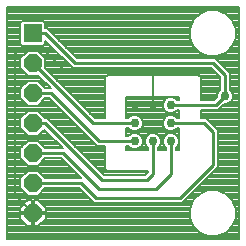
<source format=gbl>
G75*
G70*
%OFA0B0*%
%FSLAX24Y24*%
%IPPOS*%
%LPD*%
%AMOC8*
5,1,8,0,0,1.08239X$1,22.5*
%
%ADD10R,0.0600X0.0600*%
%ADD11OC8,0.0600*%
%ADD12C,0.0300*%
%ADD13C,0.0100*%
%ADD14C,0.0080*%
D10*
X001141Y010911D03*
D11*
X001141Y009911D03*
X001141Y008911D03*
X001141Y007911D03*
X001141Y006911D03*
X001141Y005911D03*
X001141Y004911D03*
D12*
X004541Y007311D03*
X004541Y007911D03*
X004541Y008511D03*
X005141Y008511D03*
X005741Y008511D03*
X005741Y007911D03*
X005741Y007311D03*
X005141Y007311D03*
X007541Y008811D03*
D13*
X007541Y009511D01*
X007141Y009911D01*
X002541Y009911D01*
X001541Y010911D01*
X001141Y010911D01*
X001141Y009911D02*
X003141Y007911D01*
X004541Y007911D01*
X004541Y007311D02*
X003341Y007311D01*
X001741Y008911D01*
X001141Y008911D01*
X001141Y007911D02*
X001541Y007911D01*
X003441Y006011D01*
X004941Y006011D01*
X005141Y006211D01*
X005141Y007311D01*
X005741Y007311D02*
X005741Y006211D01*
X005241Y005711D01*
X003341Y005711D01*
X002141Y006911D01*
X001141Y006911D01*
X001141Y005911D02*
X002741Y005911D01*
X003241Y005411D01*
X006041Y005411D01*
X007141Y006511D01*
X007141Y007611D01*
X006841Y007911D01*
X005741Y007911D01*
X005741Y008511D02*
X007241Y008511D01*
X007541Y008811D01*
D14*
X000281Y011771D02*
X000281Y004051D01*
X008001Y004051D01*
X008001Y011771D01*
X000281Y011771D01*
X000281Y011765D02*
X008001Y011765D01*
X008001Y011686D02*
X000281Y011686D01*
X000281Y011608D02*
X006813Y011608D01*
X006705Y011563D02*
X006488Y011347D01*
X006371Y011064D01*
X006371Y010757D01*
X006488Y010474D01*
X006705Y010258D01*
X006988Y010141D01*
X007294Y010141D01*
X007577Y010258D01*
X007794Y010474D01*
X007911Y010757D01*
X007911Y011064D01*
X007794Y011347D01*
X007577Y011563D01*
X007294Y011680D01*
X006988Y011680D01*
X006705Y011563D01*
X006671Y011529D02*
X000281Y011529D01*
X000281Y011451D02*
X006592Y011451D01*
X006514Y011372D02*
X000281Y011372D01*
X000281Y011294D02*
X000754Y011294D01*
X000721Y011260D02*
X000721Y010561D01*
X000791Y010491D01*
X001491Y010491D01*
X001561Y010561D01*
X001561Y010650D01*
X002471Y009741D01*
X002611Y009741D01*
X007071Y009741D01*
X007371Y009440D01*
X007371Y009022D01*
X007312Y008963D01*
X007271Y008864D01*
X007271Y008781D01*
X007171Y008681D01*
X006736Y008681D01*
X006736Y008861D01*
X006736Y009435D01*
X006666Y009506D01*
X003616Y009506D01*
X003546Y009435D01*
X003546Y008861D01*
X003546Y008861D01*
X003546Y008081D01*
X003211Y008081D01*
X001558Y009734D01*
X001561Y009737D01*
X001561Y010084D01*
X001315Y010331D01*
X000967Y010331D01*
X000721Y010084D01*
X000721Y009737D01*
X000967Y009491D01*
X001315Y009491D01*
X001318Y009493D01*
X001731Y009081D01*
X001561Y009081D01*
X001561Y009084D01*
X001315Y009331D01*
X000967Y009331D01*
X000721Y009084D01*
X000721Y008737D01*
X000967Y008491D01*
X001315Y008491D01*
X001561Y008737D01*
X001561Y008741D01*
X001671Y008741D01*
X003271Y007141D01*
X003411Y007141D01*
X003546Y007141D01*
X003546Y006960D01*
X003546Y006386D01*
X003546Y006386D01*
X003616Y006316D01*
X004191Y006316D01*
X004971Y006316D01*
X004971Y006281D01*
X004871Y006181D01*
X003511Y006181D01*
X001711Y007981D01*
X001611Y008081D01*
X001561Y008081D01*
X001561Y008084D01*
X001315Y008331D01*
X000967Y008331D01*
X000721Y008084D01*
X000721Y007737D01*
X000967Y007491D01*
X001315Y007491D01*
X001518Y007693D01*
X002131Y007081D01*
X002071Y007081D01*
X001561Y007081D01*
X001561Y007084D01*
X001315Y007331D01*
X000967Y007331D01*
X000721Y007084D01*
X000721Y006737D01*
X000967Y006491D01*
X001315Y006491D01*
X001561Y006737D01*
X001561Y006741D01*
X002071Y006741D01*
X002731Y006081D01*
X002671Y006081D01*
X001561Y006081D01*
X001561Y006084D01*
X001315Y006331D01*
X000967Y006331D01*
X000721Y006084D01*
X000721Y005737D01*
X000967Y005491D01*
X001315Y005491D01*
X001561Y005737D01*
X001561Y005741D01*
X002671Y005741D01*
X003071Y005340D01*
X003171Y005241D01*
X005971Y005241D01*
X006111Y005241D01*
X007211Y006341D01*
X007311Y006440D01*
X007311Y007540D01*
X007311Y007681D01*
X007011Y007981D01*
X006911Y008081D01*
X006736Y008081D01*
X006736Y008341D01*
X007171Y008341D01*
X007311Y008341D01*
X007511Y008541D01*
X007595Y008541D01*
X007694Y008582D01*
X007770Y008658D01*
X007811Y008757D01*
X007811Y008864D01*
X007770Y008963D01*
X007711Y009022D01*
X007711Y009440D01*
X007711Y009581D01*
X007311Y009981D01*
X007211Y010081D01*
X002611Y010081D01*
X001711Y010981D01*
X001611Y011081D01*
X001561Y011081D01*
X001561Y011260D01*
X001491Y011331D01*
X000791Y011331D01*
X000721Y011260D01*
X000721Y011215D02*
X000281Y011215D01*
X000281Y011137D02*
X000721Y011137D01*
X000721Y011058D02*
X000281Y011058D01*
X000281Y010979D02*
X000721Y010979D01*
X000721Y010901D02*
X000281Y010901D01*
X000281Y010822D02*
X000721Y010822D01*
X000721Y010744D02*
X000281Y010744D01*
X000281Y010665D02*
X000721Y010665D01*
X000721Y010587D02*
X000281Y010587D01*
X000281Y010508D02*
X000774Y010508D01*
X000741Y010411D02*
X000541Y010211D01*
X000541Y005511D01*
X001141Y004911D01*
X001101Y004932D02*
X000281Y004932D01*
X000281Y005010D02*
X000701Y005010D01*
X000701Y004950D02*
X001101Y004950D01*
X001101Y004871D01*
X000701Y004871D01*
X000701Y004728D01*
X000959Y004471D01*
X001101Y004471D01*
X001101Y004870D01*
X001181Y004870D01*
X001181Y004471D01*
X001323Y004471D01*
X001581Y004728D01*
X001581Y004871D01*
X001181Y004871D01*
X001181Y004950D01*
X001581Y004950D01*
X001581Y005093D01*
X001323Y005351D01*
X001181Y005351D01*
X001181Y004951D01*
X001101Y004951D01*
X001101Y005351D01*
X000959Y005351D01*
X000701Y005093D01*
X000701Y004950D01*
X000701Y004853D02*
X000281Y004853D01*
X000281Y004775D02*
X000701Y004775D01*
X000733Y004696D02*
X000281Y004696D01*
X000281Y004617D02*
X000812Y004617D01*
X000891Y004539D02*
X000281Y004539D01*
X000281Y004460D02*
X006502Y004460D01*
X006488Y004474D02*
X006705Y004258D01*
X006988Y004141D01*
X007294Y004141D01*
X007577Y004258D01*
X007794Y004474D01*
X007911Y004757D01*
X007911Y005064D01*
X007794Y005347D01*
X007577Y005563D01*
X007294Y005680D01*
X006988Y005680D01*
X006705Y005563D01*
X006488Y005347D01*
X006371Y005064D01*
X006371Y004757D01*
X006488Y004474D01*
X006462Y004539D02*
X001392Y004539D01*
X001470Y004617D02*
X006429Y004617D01*
X006397Y004696D02*
X001549Y004696D01*
X001581Y004775D02*
X006371Y004775D01*
X006371Y004853D02*
X001581Y004853D01*
X001581Y005010D02*
X006371Y005010D01*
X006371Y004932D02*
X001181Y004932D01*
X001181Y005010D02*
X001101Y005010D01*
X001101Y005089D02*
X001181Y005089D01*
X001181Y005167D02*
X001101Y005167D01*
X001101Y005246D02*
X001181Y005246D01*
X001181Y005324D02*
X001101Y005324D01*
X000933Y005324D02*
X000281Y005324D01*
X000281Y005246D02*
X000854Y005246D01*
X000776Y005167D02*
X000281Y005167D01*
X000281Y005089D02*
X000701Y005089D01*
X000898Y005560D02*
X000281Y005560D01*
X000281Y005639D02*
X000819Y005639D01*
X000741Y005717D02*
X000281Y005717D01*
X000281Y005796D02*
X000721Y005796D01*
X000721Y005874D02*
X000281Y005874D01*
X000281Y005953D02*
X000721Y005953D01*
X000721Y006031D02*
X000281Y006031D01*
X000281Y006110D02*
X000746Y006110D01*
X000825Y006188D02*
X000281Y006188D01*
X000281Y006267D02*
X000903Y006267D01*
X000955Y006502D02*
X000281Y006502D01*
X000281Y006424D02*
X002387Y006424D01*
X002309Y006502D02*
X001327Y006502D01*
X001406Y006581D02*
X002230Y006581D01*
X002152Y006660D02*
X001484Y006660D01*
X001561Y006738D02*
X002073Y006738D01*
X002080Y007131D02*
X001515Y007131D01*
X001436Y007209D02*
X002002Y007209D01*
X001923Y007288D02*
X001358Y007288D01*
X001348Y007524D02*
X001688Y007524D01*
X001609Y007602D02*
X001427Y007602D01*
X001505Y007681D02*
X001531Y007681D01*
X001766Y007445D02*
X000281Y007445D01*
X000281Y007366D02*
X001845Y007366D01*
X002011Y007681D02*
X002731Y007681D01*
X002809Y007602D02*
X002090Y007602D01*
X002168Y007524D02*
X002888Y007524D01*
X002966Y007445D02*
X002247Y007445D01*
X002326Y007366D02*
X003045Y007366D01*
X003123Y007288D02*
X002404Y007288D01*
X002483Y007209D02*
X003202Y007209D01*
X003546Y007131D02*
X002561Y007131D01*
X002640Y007052D02*
X003546Y007052D01*
X003546Y006974D02*
X002718Y006974D01*
X002797Y006895D02*
X003546Y006895D01*
X003546Y006960D02*
X003546Y006960D01*
X003546Y006817D02*
X002875Y006817D01*
X002954Y006738D02*
X003546Y006738D01*
X003546Y006660D02*
X003032Y006660D01*
X003111Y006581D02*
X003546Y006581D01*
X003546Y006502D02*
X003190Y006502D01*
X003268Y006424D02*
X003546Y006424D01*
X003587Y006345D02*
X003347Y006345D01*
X003425Y006267D02*
X004957Y006267D01*
X004878Y006188D02*
X003504Y006188D01*
X002930Y005481D02*
X000281Y005481D01*
X000281Y005403D02*
X003008Y005403D01*
X003087Y005324D02*
X001349Y005324D01*
X001428Y005246D02*
X003165Y005246D01*
X002851Y005560D02*
X001384Y005560D01*
X001463Y005639D02*
X002773Y005639D01*
X002694Y005717D02*
X001542Y005717D01*
X001536Y006110D02*
X002701Y006110D01*
X002623Y006188D02*
X001457Y006188D01*
X001379Y006267D02*
X002544Y006267D01*
X002466Y006345D02*
X000281Y006345D01*
X000281Y006581D02*
X000877Y006581D01*
X000798Y006660D02*
X000281Y006660D01*
X000281Y006738D02*
X000721Y006738D01*
X000721Y006817D02*
X000281Y006817D01*
X000281Y006895D02*
X000721Y006895D01*
X000721Y006974D02*
X000281Y006974D01*
X000281Y007052D02*
X000721Y007052D01*
X000767Y007131D02*
X000281Y007131D01*
X000281Y007209D02*
X000846Y007209D01*
X000925Y007288D02*
X000281Y007288D01*
X000281Y007524D02*
X000934Y007524D01*
X000856Y007602D02*
X000281Y007602D01*
X000281Y007681D02*
X000777Y007681D01*
X000721Y007759D02*
X000281Y007759D01*
X000281Y007838D02*
X000721Y007838D01*
X000721Y007916D02*
X000281Y007916D01*
X000281Y007995D02*
X000721Y007995D01*
X000721Y008073D02*
X000281Y008073D01*
X000281Y008152D02*
X000789Y008152D01*
X000867Y008230D02*
X000281Y008230D01*
X000281Y008309D02*
X000946Y008309D01*
X000913Y008545D02*
X000281Y008545D01*
X000281Y008623D02*
X000835Y008623D01*
X000756Y008702D02*
X000281Y008702D01*
X000281Y008780D02*
X000721Y008780D01*
X000721Y008859D02*
X000281Y008859D01*
X000281Y008937D02*
X000721Y008937D01*
X000721Y009016D02*
X000281Y009016D01*
X000281Y009094D02*
X000731Y009094D01*
X000810Y009173D02*
X000281Y009173D01*
X000281Y009251D02*
X000888Y009251D01*
X000967Y009330D02*
X000281Y009330D01*
X000281Y009409D02*
X001403Y009409D01*
X001324Y009487D02*
X000281Y009487D01*
X000281Y009566D02*
X000892Y009566D01*
X000813Y009644D02*
X000281Y009644D01*
X000281Y009723D02*
X000735Y009723D01*
X000721Y009801D02*
X000281Y009801D01*
X000281Y009880D02*
X000721Y009880D01*
X000721Y009958D02*
X000281Y009958D01*
X000281Y010037D02*
X000721Y010037D01*
X000752Y010115D02*
X000281Y010115D01*
X000281Y010194D02*
X000831Y010194D01*
X000909Y010273D02*
X000281Y010273D01*
X000281Y010351D02*
X001860Y010351D01*
X001782Y010430D02*
X000281Y010430D01*
X000741Y010411D02*
X001441Y010411D01*
X002241Y009611D01*
X005041Y009611D01*
X005141Y009511D01*
X005141Y008511D01*
X005471Y008545D02*
X004261Y008545D01*
X004261Y008623D02*
X005496Y008623D01*
X005512Y008663D02*
X005471Y008564D01*
X005471Y008457D01*
X005512Y008358D01*
X005588Y008282D01*
X005687Y008241D01*
X005795Y008241D01*
X005894Y008282D01*
X005953Y008341D01*
X006021Y008341D01*
X006021Y008081D01*
X005953Y008081D01*
X005894Y008139D01*
X005795Y008181D01*
X005687Y008181D01*
X005588Y008139D01*
X005512Y008063D01*
X005471Y007964D01*
X005471Y007857D01*
X005512Y007758D01*
X005588Y007682D01*
X005687Y007641D01*
X005795Y007641D01*
X005894Y007682D01*
X005953Y007741D01*
X006021Y007741D01*
X006021Y007031D01*
X005911Y007031D01*
X005911Y007099D01*
X005970Y007158D01*
X006011Y007257D01*
X006011Y007364D01*
X005970Y007463D01*
X005894Y007539D01*
X005795Y007581D01*
X005687Y007581D01*
X005588Y007539D01*
X005512Y007463D01*
X005471Y007364D01*
X005471Y007257D01*
X005512Y007158D01*
X005571Y007099D01*
X005571Y007031D01*
X005311Y007031D01*
X005311Y007099D01*
X005370Y007158D01*
X005411Y007257D01*
X005411Y007364D01*
X005370Y007463D01*
X005294Y007539D01*
X005195Y007581D01*
X005087Y007581D01*
X004988Y007539D01*
X004912Y007463D01*
X004871Y007364D01*
X004871Y007257D01*
X004912Y007158D01*
X004971Y007099D01*
X004971Y007031D01*
X004261Y007031D01*
X004261Y007141D01*
X004329Y007141D01*
X004388Y007082D01*
X004487Y007041D01*
X004595Y007041D01*
X004694Y007082D01*
X004770Y007158D01*
X004811Y007257D01*
X004811Y007364D01*
X004770Y007463D01*
X004694Y007539D01*
X004595Y007581D01*
X004487Y007581D01*
X004388Y007539D01*
X004329Y007481D01*
X004261Y007481D01*
X004261Y007741D01*
X004329Y007741D01*
X004388Y007682D01*
X004487Y007641D01*
X004595Y007641D01*
X004694Y007682D01*
X004770Y007758D01*
X004811Y007857D01*
X004811Y007964D01*
X004770Y008063D01*
X004694Y008139D01*
X004595Y008181D01*
X004487Y008181D01*
X004388Y008139D01*
X004329Y008081D01*
X004261Y008081D01*
X004261Y008791D01*
X006021Y008791D01*
X006021Y008681D01*
X005953Y008681D01*
X005894Y008739D01*
X005795Y008781D01*
X005687Y008781D01*
X005588Y008739D01*
X005512Y008663D01*
X005550Y008702D02*
X004261Y008702D01*
X004261Y008780D02*
X005687Y008780D01*
X005795Y008780D02*
X006021Y008780D01*
X006021Y008702D02*
X005932Y008702D01*
X005921Y008309D02*
X006021Y008309D01*
X006021Y008230D02*
X004261Y008230D01*
X004261Y008152D02*
X004418Y008152D01*
X004261Y008309D02*
X005561Y008309D01*
X005500Y008388D02*
X004261Y008388D01*
X004261Y008466D02*
X005471Y008466D01*
X005618Y008152D02*
X004664Y008152D01*
X004760Y008073D02*
X005522Y008073D01*
X005484Y007995D02*
X004798Y007995D01*
X004811Y007916D02*
X005471Y007916D01*
X005479Y007838D02*
X004803Y007838D01*
X004771Y007759D02*
X005512Y007759D01*
X005591Y007681D02*
X004692Y007681D01*
X004710Y007524D02*
X004972Y007524D01*
X004905Y007445D02*
X004778Y007445D01*
X004810Y007366D02*
X004872Y007366D01*
X004871Y007288D02*
X004811Y007288D01*
X004791Y007209D02*
X004891Y007209D01*
X004939Y007131D02*
X004743Y007131D01*
X004623Y007052D02*
X004971Y007052D01*
X005311Y007052D02*
X005571Y007052D01*
X005539Y007131D02*
X005343Y007131D01*
X005391Y007209D02*
X005491Y007209D01*
X005471Y007288D02*
X005411Y007288D01*
X005410Y007366D02*
X005472Y007366D01*
X005505Y007445D02*
X005378Y007445D01*
X005310Y007524D02*
X005572Y007524D01*
X005910Y007524D02*
X006021Y007524D01*
X006021Y007602D02*
X004261Y007602D01*
X004261Y007524D02*
X004372Y007524D01*
X004391Y007681D02*
X004261Y007681D01*
X004261Y007131D02*
X004339Y007131D01*
X004261Y007052D02*
X004459Y007052D01*
X004191Y006316D02*
X004191Y006316D01*
X003546Y008152D02*
X003140Y008152D01*
X003062Y008230D02*
X003546Y008230D01*
X003546Y008309D02*
X002983Y008309D01*
X002904Y008388D02*
X003546Y008388D01*
X003546Y008466D02*
X002826Y008466D01*
X002747Y008545D02*
X003546Y008545D01*
X003546Y008623D02*
X002669Y008623D01*
X002590Y008702D02*
X003546Y008702D01*
X003546Y008780D02*
X002512Y008780D01*
X002433Y008859D02*
X003546Y008859D01*
X003546Y008937D02*
X002355Y008937D01*
X002276Y009016D02*
X003546Y009016D01*
X003546Y009094D02*
X002198Y009094D01*
X002119Y009173D02*
X003546Y009173D01*
X003546Y009251D02*
X002041Y009251D01*
X001962Y009330D02*
X003546Y009330D01*
X003546Y009409D02*
X001883Y009409D01*
X001805Y009487D02*
X003598Y009487D01*
X002577Y010115D02*
X008001Y010115D01*
X008001Y010037D02*
X007255Y010037D01*
X007311Y009981D02*
X007311Y009981D01*
X007334Y009958D02*
X008001Y009958D01*
X008001Y009880D02*
X007412Y009880D01*
X007491Y009801D02*
X008001Y009801D01*
X008001Y009723D02*
X007569Y009723D01*
X007648Y009644D02*
X008001Y009644D01*
X008001Y009566D02*
X007711Y009566D01*
X007711Y009487D02*
X008001Y009487D01*
X008001Y009409D02*
X007711Y009409D01*
X007711Y009330D02*
X008001Y009330D01*
X008001Y009251D02*
X007711Y009251D01*
X007711Y009173D02*
X008001Y009173D01*
X008001Y009094D02*
X007711Y009094D01*
X007718Y009016D02*
X008001Y009016D01*
X008001Y008937D02*
X007781Y008937D01*
X007811Y008859D02*
X008001Y008859D01*
X008001Y008780D02*
X007811Y008780D01*
X007788Y008702D02*
X008001Y008702D01*
X008001Y008623D02*
X007736Y008623D01*
X007605Y008545D02*
X008001Y008545D01*
X008001Y008466D02*
X007437Y008466D01*
X007358Y008388D02*
X008001Y008388D01*
X008001Y008309D02*
X006736Y008309D01*
X006736Y008230D02*
X008001Y008230D01*
X008001Y008152D02*
X006736Y008152D01*
X006919Y008073D02*
X008001Y008073D01*
X008001Y007995D02*
X006997Y007995D01*
X007076Y007916D02*
X008001Y007916D01*
X008001Y007838D02*
X007154Y007838D01*
X007233Y007759D02*
X008001Y007759D01*
X008001Y007681D02*
X007311Y007681D01*
X007311Y007602D02*
X008001Y007602D01*
X008001Y007524D02*
X007311Y007524D01*
X007311Y007445D02*
X008001Y007445D01*
X008001Y007366D02*
X007311Y007366D01*
X007311Y007288D02*
X008001Y007288D01*
X008001Y007209D02*
X007311Y007209D01*
X007311Y007131D02*
X008001Y007131D01*
X008001Y007052D02*
X007311Y007052D01*
X007311Y006974D02*
X008001Y006974D01*
X008001Y006895D02*
X007311Y006895D01*
X007311Y006817D02*
X008001Y006817D01*
X008001Y006738D02*
X007311Y006738D01*
X007311Y006660D02*
X008001Y006660D01*
X008001Y006581D02*
X007311Y006581D01*
X007311Y006502D02*
X008001Y006502D01*
X008001Y006424D02*
X007295Y006424D01*
X007216Y006345D02*
X008001Y006345D01*
X008001Y006267D02*
X007138Y006267D01*
X007059Y006188D02*
X008001Y006188D01*
X008001Y006110D02*
X006981Y006110D01*
X006902Y006031D02*
X008001Y006031D01*
X008001Y005953D02*
X006824Y005953D01*
X006745Y005874D02*
X008001Y005874D01*
X008001Y005796D02*
X006667Y005796D01*
X006588Y005717D02*
X008001Y005717D01*
X008001Y005639D02*
X007396Y005639D01*
X007580Y005560D02*
X008001Y005560D01*
X008001Y005481D02*
X007659Y005481D01*
X007738Y005403D02*
X008001Y005403D01*
X008001Y005324D02*
X007803Y005324D01*
X007836Y005246D02*
X008001Y005246D01*
X008001Y005167D02*
X007868Y005167D01*
X007901Y005089D02*
X008001Y005089D01*
X008001Y005010D02*
X007911Y005010D01*
X007911Y004932D02*
X008001Y004932D01*
X008001Y004853D02*
X007911Y004853D01*
X007911Y004775D02*
X008001Y004775D01*
X008001Y004696D02*
X007886Y004696D01*
X007853Y004617D02*
X008001Y004617D01*
X008001Y004539D02*
X007820Y004539D01*
X007780Y004460D02*
X008001Y004460D01*
X008001Y004382D02*
X007701Y004382D01*
X007623Y004303D02*
X008001Y004303D01*
X008001Y004225D02*
X007497Y004225D01*
X007308Y004146D02*
X008001Y004146D01*
X008001Y004068D02*
X000281Y004068D01*
X000281Y004146D02*
X006974Y004146D01*
X006785Y004225D02*
X000281Y004225D01*
X000281Y004303D02*
X006660Y004303D01*
X006581Y004382D02*
X000281Y004382D01*
X001101Y004539D02*
X001181Y004539D01*
X001181Y004617D02*
X001101Y004617D01*
X001101Y004696D02*
X001181Y004696D01*
X001181Y004775D02*
X001101Y004775D01*
X001101Y004853D02*
X001181Y004853D01*
X001507Y005167D02*
X006414Y005167D01*
X006382Y005089D02*
X001581Y005089D01*
X001933Y007759D02*
X002652Y007759D01*
X002574Y007838D02*
X001854Y007838D01*
X001776Y007916D02*
X002495Y007916D01*
X002416Y007995D02*
X001697Y007995D01*
X001619Y008073D02*
X002338Y008073D01*
X002259Y008152D02*
X001494Y008152D01*
X001415Y008230D02*
X002181Y008230D01*
X002102Y008309D02*
X001337Y008309D01*
X001369Y008545D02*
X001867Y008545D01*
X001945Y008466D02*
X000281Y008466D01*
X000281Y008388D02*
X002024Y008388D01*
X001788Y008623D02*
X001448Y008623D01*
X001526Y008702D02*
X001710Y008702D01*
X001717Y009094D02*
X001551Y009094D01*
X001473Y009173D02*
X001638Y009173D01*
X001560Y009251D02*
X001394Y009251D01*
X001316Y009330D02*
X001481Y009330D01*
X001726Y009566D02*
X007246Y009566D01*
X007324Y009487D02*
X006684Y009487D01*
X006736Y009409D02*
X007371Y009409D01*
X007371Y009330D02*
X006736Y009330D01*
X006736Y009251D02*
X007371Y009251D01*
X007371Y009173D02*
X006736Y009173D01*
X006736Y009094D02*
X007371Y009094D01*
X007365Y009016D02*
X006736Y009016D01*
X006736Y008937D02*
X007301Y008937D01*
X007271Y008859D02*
X006736Y008859D01*
X006736Y008780D02*
X007270Y008780D01*
X007192Y008702D02*
X006736Y008702D01*
X007167Y009644D02*
X001648Y009644D01*
X001569Y009723D02*
X007088Y009723D01*
X006859Y010194D02*
X002498Y010194D01*
X002419Y010273D02*
X006690Y010273D01*
X006612Y010351D02*
X002341Y010351D01*
X002262Y010430D02*
X006533Y010430D01*
X006474Y010508D02*
X002184Y010508D01*
X002105Y010587D02*
X006442Y010587D01*
X006409Y010665D02*
X002027Y010665D01*
X001948Y010744D02*
X006377Y010744D01*
X006371Y010822D02*
X001870Y010822D01*
X001791Y010901D02*
X006371Y010901D01*
X006371Y010979D02*
X001713Y010979D01*
X001634Y011058D02*
X006371Y011058D01*
X006401Y011137D02*
X001561Y011137D01*
X001561Y011215D02*
X006434Y011215D01*
X006466Y011294D02*
X001528Y011294D01*
X001561Y010587D02*
X001624Y010587D01*
X001703Y010508D02*
X001508Y010508D01*
X001373Y010273D02*
X001939Y010273D01*
X002017Y010194D02*
X001452Y010194D01*
X001530Y010115D02*
X002096Y010115D01*
X002174Y010037D02*
X001561Y010037D01*
X001561Y009958D02*
X002253Y009958D01*
X002331Y009880D02*
X001561Y009880D01*
X001561Y009801D02*
X002410Y009801D01*
X005864Y008152D02*
X006021Y008152D01*
X006021Y007681D02*
X005892Y007681D01*
X005978Y007445D02*
X006021Y007445D01*
X006010Y007366D02*
X006021Y007366D01*
X006011Y007288D02*
X006021Y007288D01*
X006021Y007209D02*
X005991Y007209D01*
X006021Y007131D02*
X005943Y007131D01*
X005911Y007052D02*
X006021Y007052D01*
X006509Y005639D02*
X006887Y005639D01*
X006702Y005560D02*
X006431Y005560D01*
X006352Y005481D02*
X006623Y005481D01*
X006545Y005403D02*
X006274Y005403D01*
X006195Y005324D02*
X006479Y005324D01*
X006447Y005246D02*
X006117Y005246D01*
X007423Y010194D02*
X008001Y010194D01*
X008001Y010273D02*
X007592Y010273D01*
X007670Y010351D02*
X008001Y010351D01*
X008001Y010430D02*
X007749Y010430D01*
X007808Y010508D02*
X008001Y010508D01*
X008001Y010587D02*
X007840Y010587D01*
X007873Y010665D02*
X008001Y010665D01*
X008001Y010744D02*
X007905Y010744D01*
X007911Y010822D02*
X008001Y010822D01*
X008001Y010901D02*
X007911Y010901D01*
X007911Y010979D02*
X008001Y010979D01*
X008001Y011058D02*
X007911Y011058D01*
X007881Y011137D02*
X008001Y011137D01*
X008001Y011215D02*
X007848Y011215D01*
X007816Y011294D02*
X008001Y011294D01*
X008001Y011372D02*
X007768Y011372D01*
X007690Y011451D02*
X008001Y011451D01*
X008001Y011529D02*
X007611Y011529D01*
X007470Y011608D02*
X008001Y011608D01*
M02*

</source>
